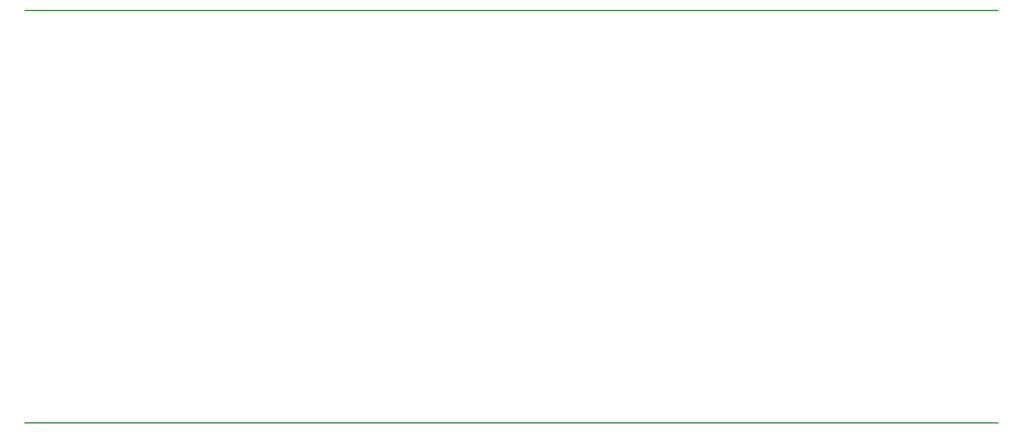
<source format=gbo>
G04*
G04 #@! TF.GenerationSoftware,Altium Limited,Altium Designer,21.0.9 (235)*
G04*
G04 Layer_Color=32896*
%FSLAX25Y25*%
%MOIN*%
G70*
G04*
G04 #@! TF.SameCoordinates,D904D71F-FCC1-446E-B92D-41826D6CEC25*
G04*
G04*
G04 #@! TF.FilePolarity,Positive*
G04*
G01*
G75*
%ADD12C,0.00500*%
D12*
X105000Y320000D02*
X600000D01*
X105000Y110000D02*
X600000Y110000D01*
M02*

</source>
